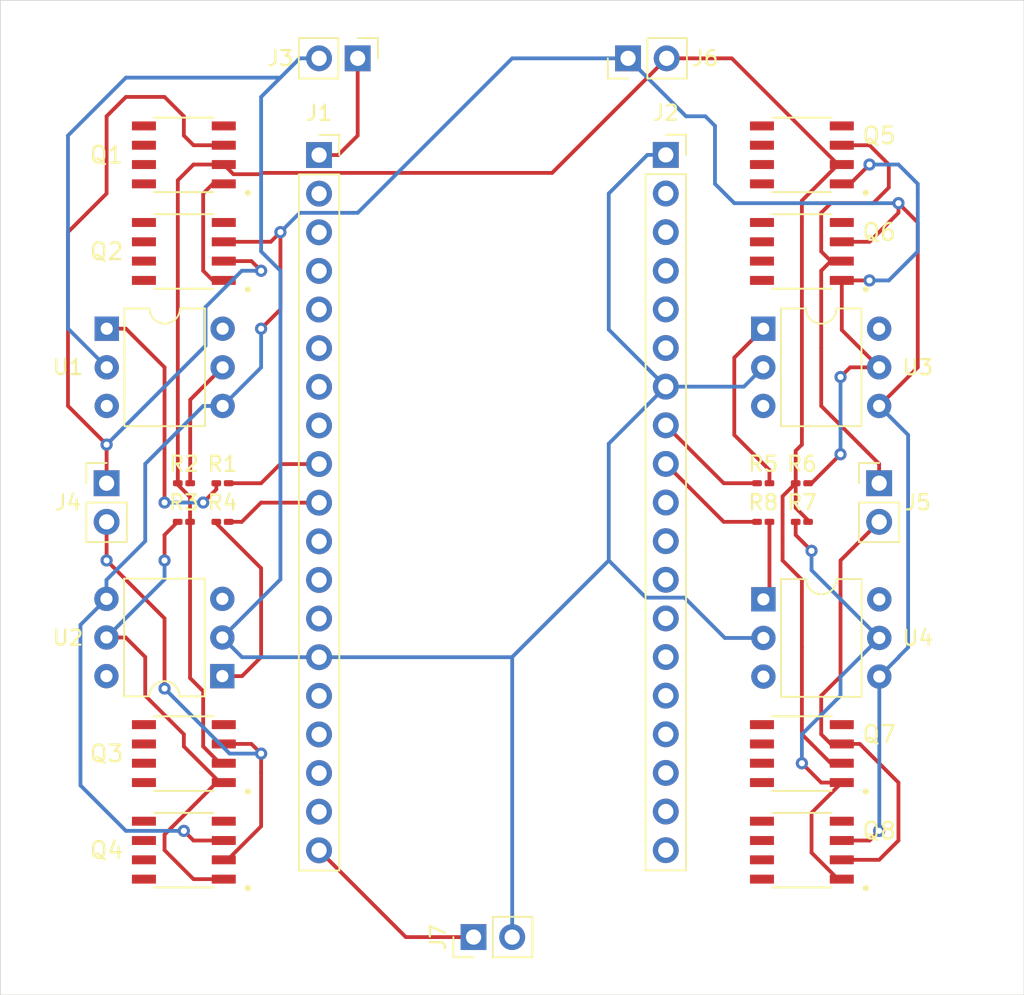
<source format=kicad_pcb>
(kicad_pcb (version 20211014) (generator pcbnew)
  (layers (0 "F.Cu" signal) (31 "B.Cu" signal) (34 "B.Paste" user) (35 "F.Paste" user) (36 "B.SilkS" user "B.Silkscreen") (37 "F.SilkS" user "F.Silkscreen") (38 "B.Mask" user) (39 "F.Mask" user) (44 "Edge.Cuts" user))
  (net 0 "")
  (net 1 "Net-(R1-Pad1)")
  (net 2 "/3.3V")
  (net 3 "Net-(Q1-Pad1)")
  (net 4 "/Vm")
  (net 5 "Net-(Q5-Pad1)")
  (net 6 "Net-(R5-Pad1)")
  (net 7 "Net-(Q3-Pad1)")
  (net 8 "Net-(Q7-Pad1)")
  (net 9 "Net-(R8-Pad1)")
  (net 10 "M11")
  (net 13 "M21")
  (net 16 "M12")
  (net 19 "M22")
  (net 36 "/Vcc")
  (net 48 "ESP_GND")
  (net 51 "Net-(R4-Pad1)")
  (net 52 "MO1")
  (net 53 "MO2")
  (net 54 "MO3")
  (net 55 "MO4")
  (net 58 "MGND")
  (footprint "Connector_PinHeader_2.54mm:PinHeader_1x02_P2.54mm_Vertical" (layer "F.Cu") (at 121.92 118.745 90)
    (fp_text reference "J7" (at 0 -2.33 90) (layer "F.SilkS"))
    (fp_text value "esp32 pwr" hide)
    (pad "1" thru_hole rect (at 0 0 90) (size 1.7 1.7) (drill 1) (layers *.Cu *.Mask) (net 36 "/Vcc"))
    (pad "2" thru_hole oval (at 0 2.54 90) (size 1.7 1.7) (drill 1) (layers *.Cu *.Mask) (net 48 "ESP_GND"))
  )
  (footprint "Downloads:SOIC127P490X600X175-8N" (layer "F.Cu") (at 102.87 106.68 180)
    (fp_text reference "Q3" (at 5.08 0) (layer "F.SilkS") (effects (font (size 1.097197 1.097197))))
    (fp_text value "IRF4905" hide)
    (pad "1" smd roundrect locked (at -2.625 -1.905 180) (size 1.58 0.59) (layers "F.Cu" "F.Paste" "F.Mask") (roundrect_rratio 0.07) (net 7 "Net-(Q3-Pad1)"))
    (pad "2" smd roundrect locked (at -2.625 -0.635 180) (size 1.58 0.59) (layers "F.Cu" "F.Paste" "F.Mask") (roundrect_rratio 0.07) (net 4 "/Vm"))
    (pad "3" smd roundrect locked (at -2.625 0.635 180) (size 1.58 0.59) (layers "F.Cu" "F.Paste" "F.Mask") (roundrect_rratio 0.07) (net 53 "MO2"))
    (pad "4" smd roundrect locked (at -2.625 1.905 180) (size 1.58 0.59) (layers "F.Cu" "F.Paste" "F.Mask") (roundrect_rratio 0.07))
    (pad "5" smd roundrect locked (at 2.625 1.905 180) (size 1.58 0.59) (layers "F.Cu" "F.Paste" "F.Mask") (roundrect_rratio 0.07))
    (pad "6" smd roundrect locked (at 2.625 0.635 180) (size 1.58 0.59) (layers "F.Cu" "F.Paste" "F.Mask") (roundrect_rratio 0.07))
    (pad "7" smd roundrect locked (at 2.625 -0.635 180) (size 1.58 0.59) (layers "F.Cu" "F.Paste" "F.Mask") (roundrect_rratio 0.07))
    (pad "8" smd roundrect locked (at 2.625 -1.905 180) (size 1.58 0.59) (layers "F.Cu" "F.Paste" "F.Mask") (roundrect_rratio 0.07))
  )
  (footprint "Downloads:SOIC127P490X600X175-8N" (layer "F.Cu") (at 102.87 67.31 180)
    (fp_text reference "Q1" (at 5.08 0) (layer "F.SilkS") (effects (font (size 1.097197 1.097197))))
    (fp_text value "IRF4905" hide)
    (pad "1" smd roundrect locked (at -2.625 -1.905 180) (size 1.58 0.59) (layers "F.Cu" "F.Paste" "F.Mask") (roundrect_rratio 0.07) (net 3 "Net-(Q1-Pad1)"))
    (pad "2" smd roundrect locked (at -2.625 -0.635 180) (size 1.58 0.59) (layers "F.Cu" "F.Paste" "F.Mask") (roundrect_rratio 0.07) (net 4 "/Vm"))
    (pad "3" smd roundrect locked (at -2.625 0.635 180) (size 1.58 0.59) (layers "F.Cu" "F.Paste" "F.Mask") (roundrect_rratio 0.07) (net 52 "MO1"))
    (pad "4" smd roundrect locked (at -2.625 1.905 180) (size 1.58 0.59) (layers "F.Cu" "F.Paste" "F.Mask") (roundrect_rratio 0.07))
    (pad "5" smd roundrect locked (at 2.625 1.905 180) (size 1.58 0.59) (layers "F.Cu" "F.Paste" "F.Mask") (roundrect_rratio 0.07))
    (pad "6" smd roundrect locked (at 2.625 0.635 180) (size 1.58 0.59) (layers "F.Cu" "F.Paste" "F.Mask") (roundrect_rratio 0.07))
    (pad "7" smd roundrect locked (at 2.625 -0.635 180) (size 1.58 0.59) (layers "F.Cu" "F.Paste" "F.Mask") (roundrect_rratio 0.07))
    (pad "8" smd roundrect locked (at 2.625 -1.905 180) (size 1.58 0.59) (layers "F.Cu" "F.Paste" "F.Mask") (roundrect_rratio 0.07))
  )
  (footprint "Connector_PinSocket_2.54mm:PinSocket_1x19_P2.54mm_Vertical" (layer "F.Cu") (at 111.76 67.32)
    (fp_text reference "J1" (at 0 -2.77) (layer "F.SilkS"))
    (fp_text value "Conn_01x19_Female" hide)
    (pad "1" thru_hole rect (at 0 0) (size 1.7 1.7) (drill 1) (layers *.Cu *.Mask) (net 2 "/3.3V"))
    (pad "2" thru_hole oval (at 0 2.54) (size 1.7 1.7) (drill 1) (layers *.Cu *.Mask))
    (pad "3" thru_hole oval (at 0 5.08) (size 1.7 1.7) (drill 1) (layers *.Cu *.Mask))
    (pad "4" thru_hole oval (at 0 7.62) (size 1.7 1.7) (drill 1) (layers *.Cu *.Mask))
    (pad "5" thru_hole oval (at 0 10.16) (size 1.7 1.7) (drill 1) (layers *.Cu *.Mask))
    (pad "6" thru_hole oval (at 0 12.7) (size 1.7 1.7) (drill 1) (layers *.Cu *.Mask))
    (pad "7" thru_hole oval (at 0 15.24) (size 1.7 1.7) (drill 1) (layers *.Cu *.Mask))
    (pad "8" thru_hole oval (at 0 17.78) (size 1.7 1.7) (drill 1) (layers *.Cu *.Mask))
    (pad "9" thru_hole oval (at 0 20.32) (size 1.7 1.7) (drill 1) (layers *.Cu *.Mask) (net 10 "M11"))
    (pad "10" thru_hole oval (at 0 22.86) (size 1.7 1.7) (drill 1) (layers *.Cu *.Mask) (net 16 "M12"))
    (pad "11" thru_hole oval (at 0 25.4) (size 1.7 1.7) (drill 1) (layers *.Cu *.Mask))
    (pad "12" thru_hole oval (at 0 27.94) (size 1.7 1.7) (drill 1) (layers *.Cu *.Mask))
    (pad "13" thru_hole oval (at 0 30.48) (size 1.7 1.7) (drill 1) (layers *.Cu *.Mask))
    (pad "14" thru_hole oval (at 0 33.02) (size 1.7 1.7) (drill 1) (layers *.Cu *.Mask) (net 48 "ESP_GND"))
    (pad "15" thru_hole oval (at 0 35.56) (size 1.7 1.7) (drill 1) (layers *.Cu *.Mask))
    (pad "16" thru_hole oval (at 0 38.1) (size 1.7 1.7) (drill 1) (layers *.Cu *.Mask))
    (pad "17" thru_hole oval (at 0 40.64) (size 1.7 1.7) (drill 1) (layers *.Cu *.Mask))
    (pad "18" thru_hole oval (at 0 43.18) (size 1.7 1.7) (drill 1) (layers *.Cu *.Mask))
    (pad "19" thru_hole oval (at 0 45.72) (size 1.7 1.7) (drill 1) (layers *.Cu *.Mask) (net 36 "/Vcc"))
  )
  (footprint "Downloads:SOIC127P490X600X175-8N" (layer "F.Cu") (at 102.87 113.03 180)
    (fp_text reference "Q4" (at 5.08 0) (layer "F.SilkS") (effects (font (size 1.097197 1.097197))))
    (fp_text value "Q_NMOS_GDS" hide)
    (pad "1" smd roundrect locked (at -2.625 -1.905 180) (size 1.58 0.59) (layers "F.Cu" "F.Paste" "F.Mask") (roundrect_rratio 0.07) (net 7 "Net-(Q3-Pad1)"))
    (pad "2" smd roundrect locked (at -2.625 -0.635 180) (size 1.58 0.59) (layers "F.Cu" "F.Paste" "F.Mask") (roundrect_rratio 0.07) (net 53 "MO2"))
    (pad "3" smd roundrect locked (at -2.625 0.635 180) (size 1.58 0.59) (layers "F.Cu" "F.Paste" "F.Mask") (roundrect_rratio 0.07) (net 58 "MGND"))
    (pad "4" smd roundrect locked (at -2.625 1.905 180) (size 1.58 0.59) (layers "F.Cu" "F.Paste" "F.Mask") (roundrect_rratio 0.07))
    (pad "5" smd roundrect locked (at 2.625 1.905 180) (size 1.58 0.59) (layers "F.Cu" "F.Paste" "F.Mask") (roundrect_rratio 0.07))
    (pad "6" smd roundrect locked (at 2.625 0.635 180) (size 1.58 0.59) (layers "F.Cu" "F.Paste" "F.Mask") (roundrect_rratio 0.07))
    (pad "7" smd roundrect locked (at 2.625 -0.635 180) (size 1.58 0.59) (layers "F.Cu" "F.Paste" "F.Mask") (roundrect_rratio 0.07))
    (pad "8" smd roundrect locked (at 2.625 -1.905 180) (size 1.58 0.59) (layers "F.Cu" "F.Paste" "F.Mask") (roundrect_rratio 0.07))
  )
  (footprint "Downloads:SOIC127P490X600X175-8N" (layer "F.Cu") (at 143.51 73.66 180)
    (fp_text reference "Q6" (at -5.08 1.27) (layer "F.SilkS") (effects (font (size 1.097197 1.097197))))
    (fp_text value "Q_NMOS_GDS" hide)
    (pad "1" smd roundrect locked (at -2.625 -1.905 180) (size 1.58 0.59) (layers "F.Cu" "F.Paste" "F.Mask") (roundrect_rratio 0.07) (net 5 "Net-(Q5-Pad1)"))
    (pad "2" smd roundrect locked (at -2.625 -0.635 180) (size 1.58 0.59) (layers "F.Cu" "F.Paste" "F.Mask") (roundrect_rratio 0.07) (net 54 "MO3"))
    (pad "3" smd roundrect locked (at -2.625 0.635 180) (size 1.58 0.59) (layers "F.Cu" "F.Paste" "F.Mask") (roundrect_rratio 0.07) (net 58 "MGND"))
    (pad "4" smd roundrect locked (at -2.625 1.905 180) (size 1.58 0.59) (layers "F.Cu" "F.Paste" "F.Mask") (roundrect_rratio 0.07))
    (pad "5" smd roundrect locked (at 2.625 1.905 180) (size 1.58 0.59) (layers "F.Cu" "F.Paste" "F.Mask") (roundrect_rratio 0.07))
    (pad "6" smd roundrect locked (at 2.625 0.635 180) (size 1.58 0.59) (layers "F.Cu" "F.Paste" "F.Mask") (roundrect_rratio 0.07))
    (pad "7" smd roundrect locked (at 2.625 -0.635 180) (size 1.58 0.59) (layers "F.Cu" "F.Paste" "F.Mask") (roundrect_rratio 0.07))
    (pad "8" smd roundrect locked (at 2.625 -1.905 180) (size 1.58 0.59) (layers "F.Cu" "F.Paste" "F.Mask") (roundrect_rratio 0.07))
  )
  (footprint "Connector_PinHeader_2.54mm:PinHeader_1x02_P2.54mm_Vertical" (layer "F.Cu") (at 114.3 60.96 -90)
    (fp_text reference "J3" (at 0 5.08) (layer "F.SilkS"))
    (fp_text value "esp32 cam" hide)
    (pad "1" thru_hole rect (at 0 0 270) (size 1.7 1.7) (drill 1) (layers *.Cu *.Mask) (net 2 "/3.3V"))
    (pad "2" thru_hole oval (at 0 2.54 270) (size 1.7 1.7) (drill 1) (layers *.Cu *.Mask) (net 48 "ESP_GND"))
  )
  (footprint "Resistor_SMD:R_0201_0603Metric_Pad0.64x0.40mm_HandSolder" (layer "F.Cu") (at 140.97 88.9 180)
    (fp_text reference "R5" (at 0 1.27) (layer "F.SilkS"))
    (fp_text value "1k" hide)
    (pad "1" smd roundrect (at -0.4075 0 180) (size 0.635 0.4) (layers "F.Cu" "F.Mask") (net 6 "Net-(R5-Pad1)"))
    (pad "2" smd roundrect (at 0.4075 0 180) (size 0.635 0.4) (layers "F.Cu" "F.Mask") (net 13 "M21"))
  )
  (footprint "Downloads:SOIC127P490X600X175-8N" (layer "F.Cu") (at 143.51 106.68 180)
    (fp_text reference "Q7" (at -5.08 1.27) (layer "F.SilkS") (effects (font (size 1.097197 1.097197))))
    (fp_text value "IRF4905" hide)
    (pad "1" smd roundrect locked (at -2.625 -1.905 180) (size 1.58 0.59) (layers "F.Cu" "F.Paste" "F.Mask") (roundrect_rratio 0.07) (net 8 "Net-(Q7-Pad1)"))
    (pad "2" smd roundrect locked (at -2.625 -0.635 180) (size 1.58 0.59) (layers "F.Cu" "F.Paste" "F.Mask") (roundrect_rratio 0.07) (net 4 "/Vm"))
    (pad "3" smd roundrect locked (at -2.625 0.635 180) (size 1.58 0.59) (layers "F.Cu" "F.Paste" "F.Mask") (roundrect_rratio 0.07) (net 55 "MO4"))
    (pad "4" smd roundrect locked (at -2.625 1.905 180) (size 1.58 0.59) (layers "F.Cu" "F.Paste" "F.Mask") (roundrect_rratio 0.07))
    (pad "5" smd roundrect locked (at 2.625 1.905 180) (size 1.58 0.59) (layers "F.Cu" "F.Paste" "F.Mask") (roundrect_rratio 0.07))
    (pad "6" smd roundrect locked (at 2.625 0.635 180) (size 1.58 0.59) (layers "F.Cu" "F.Paste" "F.Mask") (roundrect_rratio 0.07))
    (pad "7" smd roundrect locked (at 2.625 -0.635 180) (size 1.58 0.59) (layers "F.Cu" "F.Paste" "F.Mask") (roundrect_rratio 0.07))
    (pad "8" smd roundrect locked (at 2.625 -1.905 180) (size 1.58 0.59) (layers "F.Cu" "F.Paste" "F.Mask") (roundrect_rratio 0.07))
  )
  (footprint "Package_DIP:DIP-6_W7.62mm" (layer "F.Cu") (at 140.97 78.74)
    (fp_text reference "U3" (at 10.16 2.54) (layer "F.SilkS"))
    (fp_text value "4N25" hide)
    (pad "1" thru_hole rect (at 0 0) (size 1.6 1.6) (drill 0.8) (layers *.Cu *.Mask) (net 6 "Net-(R5-Pad1)"))
    (pad "2" thru_hole oval (at 0 2.54) (size 1.6 1.6) (drill 0.8) (layers *.Cu *.Mask) (net 48 "ESP_GND"))
    (pad "3" thru_hole oval (at 0 5.08) (size 1.6 1.6) (drill 0.8) (layers *.Cu *.Mask))
    (pad "4" thru_hole oval (at 7.62 5.08) (size 1.6 1.6) (drill 0.8) (layers *.Cu *.Mask) (net 58 "MGND"))
    (pad "5" thru_hole oval (at 7.62 2.54) (size 1.6 1.6) (drill 0.8) (layers *.Cu *.Mask) (net 5 "Net-(Q5-Pad1)"))
    (pad "6" thru_hole oval (at 7.62 0) (size 1.6 1.6) (drill 0.8) (layers *.Cu *.Mask))
  )
  (footprint "Downloads:SOIC127P490X600X175-8N" (layer "F.Cu") (at 143.51 113.03 180)
    (fp_text reference "Q8" (at -5.08 1.27) (layer "F.SilkS") (effects (font (size 1.097197 1.097197))))
    (fp_text value "Q_NMOS_GDS" hide)
    (pad "1" smd roundrect locked (at -2.625 -1.905 180) (size 1.58 0.59) (layers "F.Cu" "F.Paste" "F.Mask") (roundrect_rratio 0.07) (net 8 "Net-(Q7-Pad1)"))
    (pad "2" smd roundrect locked (at -2.625 -0.635 180) (size 1.58 0.59) (layers "F.Cu" "F.Paste" "F.Mask") (roundrect_rratio 0.07) (net 55 "MO4"))
    (pad "3" smd roundrect locked (at -2.625 0.635 180) (size 1.58 0.59) (layers "F.Cu" "F.Paste" "F.Mask") (roundrect_rratio 0.07) (net 58 "MGND"))
    (pad "4" smd roundrect locked (at -2.625 1.905 180) (size 1.58 0.59) (layers "F.Cu" "F.Paste" "F.Mask") (roundrect_rratio 0.07))
    (pad "5" smd roundrect locked (at 2.625 1.905 180) (size 1.58 0.59) (layers "F.Cu" "F.Paste" "F.Mask") (roundrect_rratio 0.07))
    (pad "6" smd roundrect locked (at 2.625 0.635 180) (size 1.58 0.59) (layers "F.Cu" "F.Paste" "F.Mask") (roundrect_rratio 0.07))
    (pad "7" smd roundrect locked (at 2.625 -0.635 180) (size 1.58 0.59) (layers "F.Cu" "F.Paste" "F.Mask") (roundrect_rratio 0.07))
    (pad "8" smd roundrect locked (at 2.625 -1.905 180) (size 1.58 0.59) (layers "F.Cu" "F.Paste" "F.Mask") (roundrect_rratio 0.07))
  )
  (footprint "Resistor_SMD:R_0201_0603Metric_Pad0.64x0.40mm_HandSolder" (layer "F.Cu") (at 102.87 91.44)
    (fp_text reference "R3" (at 0 -1.27) (layer "F.SilkS"))
    (fp_text value "47k" hide)
    (pad "1" smd roundrect (at -0.4075 0) (size 0.635 0.4) (layers "F.Cu" "F.Mask") (net 7 "Net-(Q3-Pad1)"))
    (pad "2" smd roundrect (at 0.4075 0) (size 0.635 0.4) (layers "F.Cu" "F.Mask") (net 4 "/Vm"))
  )
  (footprint "Connector_PinSocket_2.54mm:PinSocket_1x19_P2.54mm_Vertical" (layer "F.Cu") (at 134.56 67.31)
    (fp_text reference "J2" (at 0 -2.77) (layer "F.SilkS"))
    (fp_text value "Conn_01x19_Female" hide)
    (pad "1" thru_hole rect (at 0 0) (size 1.7 1.7) (drill 1) (layers *.Cu *.Mask) (net 48 "ESP_GND"))
    (pad "2" thru_hole oval (at 0 2.54) (size 1.7 1.7) (drill 1) (layers *.Cu *.Mask))
    (pad "3" thru_hole oval (at 0 5.08) (size 1.7 1.7) (drill 1) (layers *.Cu *.Mask))
    (pad "4" thru_hole oval (at 0 7.62) (size 1.7 1.7) (drill 1) (layers *.Cu *.Mask))
    (pad "5" thru_hole oval (at 0 10.16) (size 1.7 1.7) (drill 1) (layers *.Cu *.Mask))
    (pad "6" thru_hole oval (at 0 12.7) (size 1.7 1.7) (drill 1) (layers *.Cu *.Mask))
    (pad "7" thru_hole oval (at 0 15.24) (size 1.7 1.7) (drill 1) (layers *.Cu *.Mask) (net 48 "ESP_GND"))
    (pad "8" thru_hole oval (at 0 17.78) (size 1.7 1.7) (drill 1) (layers *.Cu *.Mask) (net 13 "M21"))
    (pad "9" thru_hole oval (at 0 20.32) (size 1.7 1.7) (drill 1) (layers *.Cu *.Mask) (net 19 "M22"))
    (pad "10" thru_hole oval (at 0 22.86) (size 1.7 1.7) (drill 1) (layers *.Cu *.Mask))
    (pad "11" thru_hole oval (at 0 25.4) (size 1.7 1.7) (drill 1) (layers *.Cu *.Mask))
    (pad "12" thru_hole oval (at 0 27.94) (size 1.7 1.7) (drill 1) (layers *.Cu *.Mask))
    (pad "13" thru_hole oval (at 0 30.48) (size 1.7 1.7) (drill 1) (layers *.Cu *.Mask))
    (pad "14" thru_hole oval (at 0 33.02) (size 1.7 1.7) (drill 1) (layers *.Cu *.Mask))
    (pad "15" thru_hole oval (at 0 35.56) (size 1.7 1.7) (drill 1) (layers *.Cu *.Mask))
    (pad "16" thru_hole oval (at 0 38.1) (size 1.7 1.7) (drill 1) (layers *.Cu *.Mask))
    (pad "17" thru_hole oval (at 0 40.64) (size 1.7 1.7) (drill 1) (layers *.Cu *.Mask))
    (pad "18" thru_hole oval (at 0 43.18) (size 1.7 1.7) (drill 1) (layers *.Cu *.Mask))
    (pad "19" thru_hole oval (at 0 45.72) (size 1.7 1.7) (drill 1) (layers *.Cu *.Mask))
  )
  (footprint "Resistor_SMD:R_0201_0603Metric_Pad0.64x0.40mm_HandSolder" (layer "F.Cu") (at 140.97 91.44 180)
    (fp_text reference "R8" (at 0 1.27) (layer "F.SilkS"))
    (fp_text value "1k" hide)
    (pad "1" smd roundrect (at -0.4075 0 180) (size 0.635 0.4) (layers "F.Cu" "F.Mask") (net 9 "Net-(R8-Pad1)"))
    (pad "2" smd roundrect (at 0.4075 0 180) (size 0.635 0.4) (layers "F.Cu" "F.Mask") (net 19 "M22"))
  )
  (footprint "Downloads:SOIC127P490X600X175-8N" (layer "F.Cu") (at 102.87 73.66 180)
    (fp_text reference "Q2" (at 5.08 0) (layer "F.SilkS") (effects (font (size 1.097197 1.097197))))
    (fp_text value "Q_NMOS_GDS" hide)
    (pad "1" smd roundrect locked (at -2.625 -1.905 180) (size 1.58 0.59) (layers "F.Cu" "F.Paste" "F.Mask") (roundrect_rratio 0.07) (net 3 "Net-(Q1-Pad1)"))
    (pad "2" smd roundrect locked (at -2.625 -0.635 180) (size 1.58 0.59) (layers "F.Cu" "F.Paste" "F.Mask") (roundrect_rratio 0.07) (net 52 "MO1"))
    (pad "3" smd roundrect locked (at -2.625 0.635 180) (size 1.58 0.59) (layers "F.Cu" "F.Paste" "F.Mask") (roundrect_rratio 0.07) (net 58 "MGND"))
    (pad "4" smd roundrect locked (at -2.625 1.905 180) (size 1.58 0.59) (layers "F.Cu" "F.Paste" "F.Mask") (roundrect_rratio 0.07))
    (pad "5" smd roundrect locked (at 2.625 1.905 180) (size 1.58 0.59) (layers "F.Cu" "F.Paste" "F.Mask") (roundrect_rratio 0.07))
    (pad "6" smd roundrect locked (at 2.625 0.635 180) (size 1.58 0.59) (layers "F.Cu" "F.Paste" "F.Mask") (roundrect_rratio 0.07))
    (pad "7" smd roundrect locked (at 2.625 -0.635 180) (size 1.58 0.59) (layers "F.Cu" "F.Paste" "F.Mask") (roundrect_rratio 0.07))
    (pad "8" smd roundrect locked (at 2.625 -1.905 180) (size 1.58 0.59) (layers "F.Cu" "F.Paste" "F.Mask") (roundrect_rratio 0.07))
  )
  (footprint "Resistor_SMD:R_0201_0603Metric_Pad0.64x0.40mm_HandSolder" (layer "F.Cu") (at 105.41 88.9)
    (fp_text reference "R1" (at 0 -1.27) (layer "F.SilkS"))
    (fp_text value "1k" hide)
    (pad "1" smd roundrect (at -0.4075 0) (size 0.635 0.4) (layers "F.Cu" "F.Mask") (net 1 "Net-(R1-Pad1)"))
    (pad "2" smd roundrect (at 0.4075 0) (size 0.635 0.4) (layers "F.Cu" "F.Mask") (net 10 "M11"))
  )
  (footprint "Package_DIP:DIP-6_W7.62mm" (layer "F.Cu") (at 97.8 78.74)
    (fp_text reference "U1" (at -2.55 2.525) (layer "F.SilkS"))
    (fp_text value "4N25" hide)
    (pad "1" thru_hole rect (at 0 0) (size 1.6 1.6) (drill 0.8) (layers *.Cu *.Mask) (net 1 "Net-(R1-Pad1)"))
    (pad "2" thru_hole oval (at 0 2.54) (size 1.6 1.6) (drill 0.8) (layers *.Cu *.Mask) (net 48 "ESP_GND"))
    (pad "3" thru_hole oval (at 0 5.08) (size 1.6 1.6) (drill 0.8) (layers *.Cu *.Mask))
    (pad "4" thru_hole oval (at 7.62 5.08) (size 1.6 1.6) (drill 0.8) (layers *.Cu *.Mask) (net 58 "MGND"))
    (pad "5" thru_hole oval (at 7.62 2.54) (size 1.6 1.6) (drill 0.8) (layers *.Cu *.Mask) (net 3 "Net-(Q1-Pad1)"))
    (pad "6" thru_hole oval (at 7.62 0) (size 1.6 1.6) (drill 0.8) (layers *.Cu *.Mask))
  )
  (footprint "Downloads:SOIC127P490X600X175-8N" (layer "F.Cu") (at 143.51 67.31 180)
    (fp_text reference "Q5" (at -5.08 1.27) (layer "F.SilkS") (effects (font (size 1.097197 1.097197))))
    (fp_text value "IRF4905" hide)
    (pad "1" smd roundrect locked (at -2.625 -1.905 180) (size 1.58 0.59) (layers "F.Cu" "F.Paste" "F.Mask") (roundrect_rratio 0.07) (net 5 "Net-(Q5-Pad1)"))
    (pad "2" smd roundrect locked (at -2.625 -0.635 180) (size 1.58 0.59) (layers "F.Cu" "F.Paste" "F.Mask") (roundrect_rratio 0.07) (net 4 "/Vm"))
    (pad "3" smd roundrect locked (at -2.625 0.635 180) (size 1.58 0.59) (layers "F.Cu" "F.Paste" "F.Mask") (roundrect_rratio 0.07) (net 54 "MO3"))
    (pad "4" smd roundrect locked (at -2.625 1.905 180) (size 1.58 0.59) (layers "F.Cu" "F.Paste" "F.Mask") (roundrect_rratio 0.07))
    (pad "5" smd roundrect locked (at 2.625 1.905 180) (size 1.58 0.59) (layers "F.Cu" "F.Paste" "F.Mask") (roundrect_rratio 0.07))
    (pad "6" smd roundrect locked (at 2.625 0.635 180) (size 1.58 0.59) (layers "F.Cu" "F.Paste" "F.Mask") (roundrect_rratio 0.07))
    (pad "7" smd roundrect locked (at 2.625 -0.635 180) (size 1.58 0.59) (layers "F.Cu" "F.Paste" "F.Mask") (roundrect_rratio 0.07))
    (pad "8" smd roundrect locked (at 2.625 -1.905 180) (size 1.58 0.59) (layers "F.Cu" "F.Paste" "F.Mask") (roundrect_rratio 0.07))
  )
  (footprint "Package_DIP:DIP-6_W7.62mm" (layer "F.Cu") (at 140.98 96.535)
    (fp_text reference "U4" (at 10.15 2.54) (layer "F.SilkS"))
    (fp_text value "4N25" hide)
    (pad "1" thru_hole rect (at 0 0) (size 1.6 1.6) (drill 0.8) (layers *.Cu *.Mask) (net 9 "Net-(R8-Pad1)"))
    (pad "2" thru_hole oval (at 0 2.54) (size 1.6 1.6) (drill 0.8) (layers *.Cu *.Mask) (net 48 "ESP_GND"))
    (pad "3" thru_hole oval (at 0 5.08) (size 1.6 1.6) (drill 0.8) (layers *.Cu *.Mask))
    (pad "4" thru_hole oval (at 7.62 5.08) (size 1.6 1.6) (drill 0.8) (layers *.Cu *.Mask) (net 58 "MGND"))
    (pad "5" thru_hole oval (at 7.62 2.54) (size 1.6 1.6) (drill 0.8) (layers *.Cu *.Mask) (net 8 "Net-(Q7-Pad1)"))
    (pad "6" thru_hole oval (at 7.62 0) (size 1.6 1.6) (drill 0.8) (layers *.Cu *.Mask))
  )
  (footprint "Resistor_SMD:R_0201_0603Metric_Pad0.64x0.40mm_HandSolder" (layer "F.Cu") (at 143.51 88.9 180)
    (fp_text reference "R6" (at 0 1.27) (layer "F.SilkS"))
    (fp_text value "47k" hide)
    (pad "1" smd roundrect (at -0.4075 0 180) (size 0.635 0.4) (layers "F.Cu" "F.Mask") (net 5 "Net-(Q5-Pad1)"))
    (pad "2" smd roundrect (at 0.4075 0 180) (size 0.635 0.4) (layers "F.Cu" "F.Mask") (net 4 "/Vm"))
  )
  (footprint "Connector_PinHeader_2.54mm:PinHeader_1x02_P2.54mm_Vertical" (layer "F.Cu") (at 132.08 60.96 90)
    (fp_text reference "J6" (at 0 5.08) (layer "F.SilkS"))
    (fp_text value "motor pwr" hide)
    (pad "1" thru_hole rect (at 0 0 90) (size 1.7 1.7) (drill 1) (layers *.Cu *.Mask) (net 58 "MGND"))
    (pad "2" thru_hole oval (at 0 2.54 90) (size 1.7 1.7) (drill 1) (layers *.Cu *.Mask) (net 4 "/Vm"))
  )
  (footprint "Connector_PinHeader_2.54mm:PinHeader_1x02_P2.54mm_Vertical" (layer "F.Cu") (at 97.79 88.9)
    (fp_text reference "J4" (at -2.54 1.27) (layer "F.SilkS"))
    (fp_text value "motor1" hide)
    (pad "1" thru_hole rect (at 0 0) (size 1.7 1.7) (drill 1) (layers *.Cu *.Mask) (net 52 "MO1"))
    (pad "2" thru_hole oval (at 0 2.54) (size 1.7 1.7) (drill 1) (layers *.Cu *.Mask) (net 53 "MO2"))
  )
  (footprint "Connector_PinHeader_2.54mm:PinHeader_1x02_P2.54mm_Vertical" (layer "F.Cu") (at 148.59 88.9)
    (fp_text reference "J5" (at 2.54 1.27) (layer "F.SilkS"))
    (fp_text value "motor2" hide)
    (pad "1" thru_hole rect (at 0 0) (size 1.7 1.7) (drill 1) (layers *.Cu *.Mask) (net 54 "MO3"))
    (pad "2" thru_hole oval (at 0 2.54) (size 1.7 1.7) (drill 1) (layers *.Cu *.Mask) (net 55 "MO4"))
  )
  (footprint "Resistor_SMD:R_0201_0603Metric_Pad0.64x0.40mm_HandSolder" (layer "F.Cu") (at 102.88 88.9 180)
    (fp_text reference "R2" (at 0 1.27) (layer "F.SilkS"))
    (fp_text value "47k" hide)
    (pad "1" smd roundrect (at -0.4075 0 180) (size 0.635 0.4) (layers "F.Cu" "F.Mask") (net 3 "Net-(Q1-Pad1)"))
    (pad "2" smd roundrect (at 0.4075 0 180) (size 0.635 0.4) (layers "F.Cu" "F.Mask") (net 4 "/Vm"))
  )
  (footprint "Resistor_SMD:R_0201_0603Metric_Pad0.64x0.40mm_HandSolder" (layer "F.Cu") (at 143.51 91.44)
    (fp_text reference "R7" (at 0 -1.27) (layer "F.SilkS"))
    (fp_text value "47k" hide)
    (pad "1" smd roundrect (at -0.4075 0) (size 0.635 0.4) (layers "F.Cu" "F.Mask") (net 8 "Net-(Q7-Pad1)"))
    (pad "2" smd roundrect (at 0.4075 0) (size 0.635 0.4) (layers "F.Cu" "F.Mask") (net 4 "/Vm"))
  )
  (footprint "Package_DIP:DIP-6_W7.62mm" (layer "F.Cu") (at 105.4 101.585 180)
    (fp_text reference "U2" (at 10.15 2.525) (layer "F.SilkS"))
    (fp_text value "4N25" hide)
    (pad "1" thru_hole rect (at 0 0 180) (size 1.6 1.6) (drill 0.8) (layers *.Cu *.Mask) (net 51 "Net-(R4-Pad1)"))
    (pad "2" thru_hole oval (at 0 2.54 180) (size 1.6 1.6) (drill 0.8) (layers *.Cu *.Mask) (net 48 "ESP_GND"))
    (pad "3" thru_hole oval (at 0 5.08 180) (size 1.6 1.6) (drill 0.8) (layers *.Cu *.Mask))
    (pad "4" thru_hole oval (at 7.62 5.08 180) (size 1.6 1.6) (drill 0.8) (layers *.Cu *.Mask) (net 58 "MGND"))
    (pad "5" thru_hole oval (at 7.62 2.54 180) (size 1.6 1.6) (drill 0.8) (layers *.Cu *.Mask) (net 7 "Net-(Q3-Pad1)"))
    (pad "6" thru_hole oval (at 7.62 0 180) (size 1.6 1.6) (drill 0.8) (layers *.Cu *.Mask))
  )
  (footprint "Resistor_SMD:R_0201_0603Metric_Pad0.64x0.40mm_HandSolder" (layer "F.Cu") (at 105.41 91.44)
    (fp_text reference "R4" (at 0 -1.27) (layer "F.SilkS"))
    (fp_text value "1k" hide)
    (pad "1" smd roundrect (at -0.4075 0) (size 0.635 0.4) (layers "F.Cu" "F.Mask") (net 51 "Net-(R4-Pad1)"))
    (pad "2" smd roundrect (at 0.4075 0) (size 0.635 0.4) (layers "F.Cu" "F.Mask") (net 16 "M12"))
  )
  (gr_rect (start 158.115 122.555) (end 90.805 57.15) (layer "Edge.Cuts") (width 0.05) (fill none))
  (segment (start 105.0025 89.3075) (end 104.14 90.17) (width 0.25) (layer "F.Cu") (net 1))
  (segment (start 101.6 90.17) (end 101.6 81.28) (width 0.25) (layer "F.Cu") (net 1))
  (segment (start 105.0025 88.9) (end 105.0025 89.3075) (width 0.25) (layer "F.Cu") (net 1))
  (segment (start 99.06 78.74) (end 97.8 78.74) (width 0.25) (layer "F.Cu") (net 1))
  (segment (start 101.6 81.28) (end 99.06 78.74) (width 0.25) (layer "F.Cu") (net 1))
  (via (at 104.14 90.17) (size 0.8) (drill 0.4) (layers "F.Cu" "B.Cu") (net 1))
  (via (at 101.6 90.17) (size 0.8) (drill 0.4) (layers "F.Cu" "B.Cu") (net 1))
  (segment (start 104.14 90.17) (end 101.6 90.17) (width 0.25) (layer "B.Cu") (net 1))
  (segment (start 114.3 66.04) (end 114.3 60.96) (width 0.25) (layer "F.Cu") (net 2))
  (segment (start 113.02 67.32) (end 114.3 66.04) (width 0.25) (layer "F.Cu") (net 2))
  (segment (start 111.76 67.32) (end 113.02 67.32) (width 0.25) (layer "F.Cu") (net 2))
  (segment (start 104.14 69.85) (end 104.14 74.93) (width 0.25) (layer "F.Cu") (net 3))
  (segment (start 103.2875 83.4125) (end 103.2875 88.9) (width 0.25) (layer "F.Cu") (net 3))
  (segment (start 105.42 81.28) (end 103.2875 83.4125) (width 0.25) (layer "F.Cu") (net 3))
  (segment (start 105.495 69.215) (end 104.775 69.215) (width 0.25) (layer "F.Cu") (net 3))
  (segment (start 104.775 75.565) (end 105.495 75.565) (width 0.25) (layer "F.Cu") (net 3))
  (segment (start 104.775 69.215) (end 104.14 69.85) (width 0.25) (layer "F.Cu") (net 3))
  (segment (start 104.14 74.93) (end 104.775 75.565) (width 0.25) (layer "F.Cu") (net 3))
  (segment (start 143.51 105.41) (end 143.51 104.14) (width 0.25) (layer "F.Cu") (net 4))
  (segment (start 146.135 107.315) (end 145.885253 107.315) (width 0.25) (layer "F.Cu") (net 4))
  (segment (start 142.24 92.71) (end 142.24 89.7625) (width 0.25) (layer "F.Cu") (net 4))
  (segment (start 146.135 107.315) (end 145.415 107.315) (width 0.25) (layer "F.Cu") (net 4))
  (segment (start 143.1025 90.522139) (end 143.9175 91.337139) (width 0.25) (layer "F.Cu") (net 4))
  (segment (start 103.2775 91.44) (end 103.2775 89.807861) (width 0.25) (layer "F.Cu") (net 4))
  (segment (start 102.4725 68.9775) (end 103.505 67.945) (width 0.25) (layer "F.Cu") (net 4))
  (segment (start 143.51 86.36) (end 143.51 70.320253) (width 0.25) (layer "F.Cu") (net 4))
  (segment (start 104.14 106.209747) (end 104.14 102.574022) (width 0.25) (layer "F.Cu") (net 4))
  (segment (start 103.2775 89.807861) (end 102.4725 89.002861) (width 0.25) (layer "F.Cu") (net 4))
  (segment (start 134.62 60.96) (end 138.900253 60.96) (width 0.25) (layer "F.Cu") (net 4))
  (segment (start 134.62 60.96) (end 127.085489 68.494511) (width 0.25) (layer "F.Cu") (net 4))
  (segment (start 143.1025 86.7675) (end 143.51 86.36) (width 0.25) (layer "F.Cu") (net 4))
  (segment (start 143.51 95.25) (end 142.875 94.615) (width 0.25) (layer "F.Cu") (net 4))
  (segment (start 103.505 67.945) (end 105.495 67.945) (width 0.25) (layer "F.Cu") (net 4))
  (segment (start 145.415 107.315) (end 144.145 106.045) (width 0.25) (layer "F.Cu") (net 4))
  (segment (start 143.9175 91.337139) (end 143.9175 91.44) (width 0.25) (layer "F.Cu") (net 4))
  (segment (start 107.95 68.58) (end 106.13 68.58) (width 0.25) (layer "F.Cu") (net 4))
  (segment (start 127.085489 68.494511) (end 108.035489 68.494511) (width 0.25) (layer "F.Cu") (net 4))
  (segment (start 103.2775 101.711522) (end 103.2775 91.44) (width 0.25) (layer "F.Cu") (net 4))
  (segment (start 102.4725 89.002861) (end 102.4725 88.9) (width 0.25) (layer "F.Cu") (net 4))
  (segment (start 105.495 107.315) (end 105.245253 107.315) (width 0.25) (layer "F.Cu") (net 4))
  (segment (start 143.1025 88.9) (end 143.1025 86.7675) (width 0.25) (layer "F.Cu") (net 4))
  (segment (start 143.51 104.14) (end 143.51 99.695) (width 0.25) (layer "F.Cu") (net 4))
  (segment (start 138.900253 60.96) (end 145.885253 67.945) (width 0.25) (layer "F.Cu") (net 4))
  (segment (start 105.245253 107.315) (end 104.14 106.209747) (width 0.25) (layer "F.Cu") (net 4))
  (segment (start 142.24 89.7625) (end 143.1025 88.9) (width 0.25) (layer "F.Cu") (net 4))
  (segment (start 108.035489 68.494511) (end 107.95 68.58) (width 0.25) (layer "F.Cu") (net 4))
  (segment (start 143.51 99.695) (end 143.51 95.25) (width 0.25) (layer "F.Cu") (net 4))
  (segment (start 144.145 106.045) (end 143.51 105.41) (width 0.25) (layer "F.Cu") (net 4))
  (segment (start 142.875 94.615) (end 142.24 93.98) (width 0.25) (layer "F.Cu") (net 4))
  (segment (start 102.4725 88.9) (end 102.4725 68.9775) (width 0.25) (layer "F.Cu") (net 4))
  (segment (start 106.13 68.58) (end 105.495 67.945) (width 0.25) (layer "F.Cu") (net 4))
  (segment (start 143.1025 88.9) (end 143.1025 90.522139) (width 0.25) (layer "F.Cu") (net 4))
  (segment (start 142.24 93.98) (end 142.24 92.71) (width 0.25) (layer "F.Cu") (net 4))
  (segment (start 104.14 102.574022) (end 103.2775 101.711522) (width 0.25) (layer "F.Cu") (net 4))
  (segment (start 143.51 70.320253) (end 145.885253 67.945) (width 0.25) (layer "F.Cu") (net 4))
  (segment (start 145.885253 67.945) (end 146.135 67.945) (width 0.25) (layer "F.Cu") (net 4))
  (segment (start 143.9175 88.9) (end 144.145 88.9) (width 0.25) (layer "F.Cu") (net 5))
  (segment (start 146.685 81.28) (end 146.05 81.915) (width 0.25) (layer "F.Cu") (net 5))
  (segment (start 146.685 69.215) (end 146.135 69.215) (width 0.25) (layer "F.Cu") (net 5))
  (segment (start 147.955 75.565) (end 146.135 75.565) (width 0.25) (layer "F.Cu") (net 5))
  (segment (start 148.59 81.28) (end 146.135 78.825) (width 0.25) (layer "F.Cu") (net 5))
  (segment (start 147.955 67.945) (end 146.685 69.215) (width 0.25) (layer "F.Cu") (net 5))
  (segment (start 148.59 81.28) (end 146.685 81.28) (width 0.25) (layer "F.Cu") (net 5))
  (segment (start 144.145 88.9) (end 146.05 86.995) (width 0.25) (layer "F.Cu") (net 5))
  (segment (start 146.135 78.825) (end 146.135 75.565) (width 0.25) (layer "F.Cu") (net 5))
  (via (at 147.955 75.565) (size 0.8) (drill 0.4) (layers "F.Cu" "B.Cu") (net 5))
  (via (at 147.955 67.945) (size 0.8) (drill 0.4) (layers "F.Cu" "B.Cu") (net 5))
  (via (at 146.05 81.915) (size 0.8) (drill 0.4) (layers "F.Cu" "B.Cu") (net 5))
  (via (at 146.05 86.995) (size 0.8) (drill 0.4) (layers "F.Cu" "B.Cu") (net 5))
  (segment (start 151.13 69.215) (end 151.13 69.85) (width 0.25) (layer "B.Cu") (net 5))
  (segment (start 149.225 75.565) (end 148.59 75.565) (width 0.25) (layer "B.Cu") (net 5))
  (segment (start 151.13 73.66) (end 150.495 74.295) (width 0.25) (layer "B.Cu") (net 5))
  (segment (start 146.05 81.915) (end 146.05 86.995) (width 0.25) (layer "B.Cu") (net 5))
  (segment (start 149.86 67.945) (end 151.13 69.215) (width 0.25) (layer "B.Cu") (net 5))
  (segment (start 148.59 75.565) (end 147.955 75.565) (width 0.25) (layer "B.Cu") (net 5))
  (segment (start 150.495 74.295) (end 149.225 75.565) (width 0.25) (layer "B.Cu") (net 5))
  (segment (start 147.955 67.945) (end 149.86 67.945) (width 0.25) (layer "B.Cu") (net 5))
  (segment (start 151.13 73.025) (end 151.13 73.66) (width 0.25) (layer "B.Cu") (net 5))
  (segment (start 151.13 69.85) (end 151.13 73.025) (width 0.25) (layer "B.Cu") (net 5))
  (segment (start 141.3775 88.9) (end 141.3775 88.0375) (width 0.25) (layer "F.Cu") (net 6))
  (segment (start 139.065 80.645) (end 140.97 78.74) (width 0.25) (layer "F.Cu") (net 6))
  (segment (start 141.3775 88.0375) (end 139.065 85.725) (width 0.25) (layer "F.Cu") (net 6))
  (segment (start 139.065 85.725) (end 139.065 80.645) (width 0.25) (layer "F.Cu") (net 6))
  (segment (start 101.6 92.3025) (end 102.4625 91.44) (width 0.25) (layer "F.Cu") (net 7))
  (segment (start 105.245253 108.585) (end 105.495 108.585) (width 0.25) (layer "F.Cu") (net 7))
  (segment (start 102.87 106.209747) (end 105.245253 108.585) (width 0.25) (layer "F.Cu") (net 7))
  (segment (start 101.6 112.005386) (end 105.020386 108.585) (width 0.25) (layer "F.Cu") (net 7))
  (segment (start 101.6 113.03) (end 101.6 112.005386) (width 0.25) (layer "F.Cu") (net 7))
  (segment (start 103.505 114.935) (end 101.6 113.03) (width 0.25) (layer "F.Cu") (net 7))
  (segment (start 101.6 93.98) (end 101.6 92.3025) (width 0.25) (layer "F.Cu") (net 7))
  (segment (start 102.87 105.41) (end 102.87 106.209747) (width 0.25) (layer "F.Cu") (net 7))
  (segment (start 100.33 102.87) (end 102.87 105.41) (width 0.25) (layer "F.Cu") (net 7))
  (segment (start 105.495 114.935) (end 103.505 114.935) (width 0.25) (layer "F.Cu") (net 7))
  (segment (start 99.045 99.045) (end 100.33 100.33) (width 0.25) (layer "F.Cu") (net 7))
  (segment (start 105.020386 108.585) (end 105.495 108.585) (width 0.25) (layer "F.Cu") (net 7))
  (segment (start 97.78 99.045) (end 99.045 99.045) (width 0.25) (layer "F.Cu") (net 7))
  (segment (start 100.33 100.33) (end 100.33 102.87) (width 0.25) (layer "F.Cu") (net 7))
  (via (at 101.6 93.98) (size 0.8) (drill 0.4) (layers "F.Cu" "B.Cu") (net 7))
  (segment (start 101.6 93.98) (end 101.6 95.225) (width 0.25) (layer "B.Cu") (net 7))
  (segment (start 101.6 95.225) (end 97.78 99.045) (width 0.25) (layer "B.Cu") (net 7))
  (segment (start 146.135 114.935) (end 145.885253 114.935) (width 0.25) (layer "F.Cu") (net 8))
  (segment (start 146.135 108.585) (end 144.78 108.585) (width 0.25) (layer "F.Cu") (net 8))
  (segment (start 144.78 108.585) (end 143.51 107.315) (width 0.25) (layer "F.Cu") (net 8))
  (segment (start 144.145 110.575) (end 146.135 108.585) (width 0.25) (layer "F.Cu") (net 8))
  (segment (start 145.885253 114.935) (end 144.145 113.194747) (width 0.25) (layer "F.Cu") (net 8))
  (segment (start 144.145 93.345) (end 143.1025 92.3025) (width 0.25) (layer "F.Cu") (net 8))
  (segment (start 143.1025 91.44) (end 143.1025 92.3025) (width 0.25) (layer "F.Cu") (net 8))
  (segment (start 144.145 113.194747) (end 144.145 110.575) (width 0.25) (layer "F.Cu") (net 8))
  (via (at 144.145 93.345) (size 0.8) (drill 0.4) (layers "F.Cu" "B.Cu") (net 8))
  (via (at 143.51 107.315) (size 0.8) (drill 0.4) (layers "F.Cu" "B.Cu") (net 8))
  (segment (start 144.145 94.62) (end 144.145 93.345) (width 0.25) (layer "B.Cu") (net 8))
  (segment (start 146.05 102.87) (end 146.05 101.625) (width 0.25) (layer "B.Cu") (net 8))
  (segment (start 146.05 101.625) (end 148.6 99.075) (width 0.25) (layer "B.Cu") (net 8))
  (segment (start 143.51 105.41) (end 146.05 102.87) (width 0.25) (layer "B.Cu") (net 8))
  (segment (start 143.51 107.315) (end 143.51 105.41) (width 0.25) (layer "B.Cu") (net 8))
  (segment (start 148.6 99.075) (end 144.145 94.62) (width 0.25) (layer "B.Cu") (net 8))
  (segment (start 140.98 96.535) (end 141.3775 96.1375) (width 0.25) (layer "F.Cu") (net 9))
  (segment (start 141.3775 96.1375) (end 141.3775 91.44) (width 0.25) (layer "F.Cu") (net 9))
  (segment (start 111.76 87.64) (end 109.21 87.64) (width 0.25) (layer "F.Cu") (net 10))
  (segment (start 109.21 87.64) (end 107.95 88.9) (width 0.25) (layer "F.Cu") (net 10))
  (segment (start 107.95 88.9) (end 105.8175 88.9) (width 0.25) (layer "F.Cu") (net 10))
  (segment (start 140.5625 88.9) (end 138.37 88.9) (width 0.25) (layer "F.Cu") (net 13))
  (segment (start 138.37 88.9) (end 134.56 85.09) (width 0.25) (layer "F.Cu") (net 13))
  (segment (start 107.96 90.18) (end 111.76 90.18) (width 0.25) (layer "F.Cu") (net 16))
  (segment (start 106.68 91.44) (end 107.95 90.17) (width 0.25) (layer "F.Cu") (net 16))
  (segment (start 107.95 90.17) (end 107.96 90.18) (width 0.25) (layer "F.Cu") (net 16))
  (segment (start 105.8175 91.44) (end 106.68 91.44) (width 0.25) (layer "F.Cu") (net 16))
  (segment (start 140.5625 91.44) (end 138.37 91.44) (width 0.25) (layer "F.Cu") (net 19))
  (segment (start 138.37 91.44) (end 134.56 87.63) (width 0.25) (layer "F.Cu") (net 19))
  (segment (start 117.465 118.745) (end 111.76 113.04) (width 0.25) (layer "F.Cu") (net 36))
  (segment (start 121.92 118.745) (end 117.465 118.745) (width 0.25) (layer "F.Cu") (net 36))
  (segment (start 138.445 99.075) (end 135.794511 96.424511) (width 0.25) (layer "B.Cu") (net 48))
  (segment (start 130.81 78.8) (end 134.56 82.55) (width 0.25) (layer "B.Cu") (net 48))
  (segment (start 109.22 95.225) (end 109.22 74.93) (width 0.25) (layer "B.Cu") (net 48))
  (segment (start 95.25 66.04) (end 95.25 77.47) (width 0.25) (layer "B.Cu") (net 48))
  (segment (start 106.695 100.34) (end 105.4 99.045) (width 0.25) (layer "B.Cu") (net 48))
  (segment (start 109.22 62.23) (end 107.95 63.5) (width 0.25) (layer "B.Cu") (net 48))
  (segment (start 109.22 74.93) (end 107.95 73.66) (width 0.25) (layer "B.Cu") (net 48))
  (segment (start 110.49 60.96) (end 109.22 62.23) (width 0.25) (layer "B.Cu") (net 48))
  (segment (start 109.22 62.23) (end 99.06 62.23) (width 0.25) (layer "B.Cu") (net 48))
  (segment (start 140.98 99.075) (end 138.445 99.075) (width 0.25) (layer "B.Cu") (net 48))
  (segment (start 130.81 69.85) (end 130.81 78.8) (width 0.25) (layer "B.Cu") (net 48))
  (segment (start 135.794511 96.424511) (end 133.254511 96.424511) (width 0.25) (layer "B.Cu") (net 48))
  (segment (start 139.7 82.55) (end 140.97 81.28) (width 0.25) (layer "B.Cu") (net 48))
  (segment (start 133.35 67.31) (end 130.81 69.85) (width 0.25) (layer "B.Cu") (net 48))
  (segment (start 124.45 100.34) (end 130.81 93.98) (width 0.25) (layer "B.Cu") (net 48))
  (segment (start 111.76 100.34) (end 124.45 100.34) (width 0.25) (layer "B.Cu") (net 48))
  (segment (start 107.95 63.5) (end 107.95 73.66) (width 0.25) (layer "B.Cu") (net 48))
  (segment (start 130.81 93.98) (end 130.81 86.3) (width 0.25) (layer "B.Cu") (net 48))
  (segment (start 124.46 100.35) (end 124.45 100.34) (width 0.25) (layer "B.Cu") (net 48))
  (segment (start 97.8 81.28) (end 95.25 78.73) (width 0.25) (layer "B.Cu") (net 48))
  (segment (start 134.56 82.55) (end 139.7 82.55) (width 0.25) (layer "B.Cu") (net 48))
  (segment (start 130.81 86.3) (end 134.56 82.55) (width 0.25) (layer "B.Cu") (net 48))
  (segment (start 124.46 118.745) (end 124.46 100.35) (width 0.25) (layer "B.Cu") (net 48))
  (segment (start 133.254511 96.424511) (end 130.81 93.98) (width 0.25) (layer "B.Cu") (net 48))
  (segment (start 99.06 62.23) (end 95.25 66.04) (width 0.25) (layer "B.Cu") (net 48))
  (segment (start 95.25 78.73) (end 95.25 77.47) (width 0.25) (layer "B.Cu") (net 48))
  (segment (start 111.76 100.34) (end 106.695 100.34) (width 0.25) (layer "B.Cu") (net 48))
  (segment (start 134.56 67.31) (end 133.35 67.31) (width 0.25) (layer "B.Cu") (net 48))
  (segment (start 111.76 60.96) (end 110.49 60.96) (width 0.25) (layer "B.Cu") (net 48))
  (segment (start 105.4 99.045) (end 109.22 95.225) (width 0.25) (layer "B.Cu") (net 48))
  (segment (start 107.95 100.33) (end 107.95 94.490361) (width 0.25) (layer "F.Cu") (net 51))
  (segment (start 105.0025 91.542861) (end 105.0025 91.44) (width 0.25) (layer "F.Cu") (net 51))
  (segment (start 105.4 101.585) (end 106.695 101.585) (width 0.25) (layer "F.Cu") (net 51))
  (segment (start 107.95 94.490361) (end 105.0025 91.542861) (width 0.25) (layer "F.Cu") (net 51))
  (segment (start 106.695 101.585) (end 107.95 100.33) (width 0.25) (layer "F.Cu") (net 51))
  (segment (start 97.79 88.9) (end 97.79 86.36) (width 0.25) (layer "F.Cu") (net 52))
  (segment (start 99.06 63.5) (end 101.6 63.5) (width 0.25) (layer "F.Cu") (net 52))
  (segment (start 95.25 72.39) (end 96.52 71.12) (width 0.25) (layer "F.Cu") (net 52))
  (segment (start 102.87 64.77) (end 101.6 63.5) (width 0.25) (layer "F.Cu") (net 52))
  (segment (start 103.505 66.675) (end 102.87 66.04) (width 0.25) (layer "F.Cu") (net 52))
  (segment (start 97.79 69.85) (end 97.79 64.77) (width 0.25) (layer "F.Cu") (net 52))
  (segment (start 107.95 74.93) (end 107.315 74.295) (width 0.25) (layer "F.Cu") (net 52))
  (segment (start 96.52 71.12) (end 97.79 69.85) (width 0.25) (layer "F.Cu") (net 52))
  (segment (start 97.79 64.77) (end 99.06 63.5) (width 0.25) (layer "F.Cu") (net 52))
  (segment (start 102.87 66.04) (end 102.87 64.77) (width 0.25) (layer "F.Cu") (net 52))
  (segment (start 105.495 66.675) (end 103.505 66.675) (width 0.25) (layer "F.Cu") (net 52))
  (segment (start 107.315 74.295) (end 105.495 74.295) (width 0.25) (layer "F.Cu") (net 52))
  (segment (start 95.25 83.82) (end 95.25 72.39) (width 0.25) (layer "F.Cu") (net 52))
  (segment (start 97.79 86.36) (end 95.25 83.82) (width 0.25) (layer "F.Cu") (net 52))
  (via (at 107.95 74.93) (size 0.8) (drill 0.4) (layers "F.Cu" "B.Cu") (net 52))
  (via (at 97.79 86.36) (size 0.8) (drill 0.4) (layers "F.Cu" "B.Cu") (net 52))
  (segment (start 104.295489 77.314511) (end 106.68 74.93) (width 0.25) (layer "B.Cu") (net 52))
  (segment (start 104.295489 79.854511) (end 104.295489 77.314511) (width 0.25) (layer "B.Cu") (net 52))
  (segment (start 97.79 86.36) (end 104.295489 79.854511) (width 0.25) (layer "B.Cu") (net 52))
  (segment (start 106.68 74.93) (end 107.95 74.93) (width 0.25) (layer "B.Cu") (net 52))
  (segment (start 105.495 106.045) (end 107.315 106.045) (width 0.25) (layer "F.Cu") (net 53))
  (segment (start 105.245253 106.045) (end 105.495 106.045) (width 0.25) (layer "F.Cu") (net 53))
  (segment (start 101.6 97.79) (end 101.6 102.399747) (width 0.25) (layer "F.Cu") (net 53))
  (segment (start 97.79 91.44) (end 97.79 93.98) (width 0.25) (layer "F.Cu") (net 53))
  (segment (start 105.744747 113.665) (end 107.95 111.459747) (width 0.25) (layer "F.Cu") (net 53))
  (segment (start 97.79 93.98) (end 101.6 97.79) (width 0.25) (layer "F.Cu") (net 53))
  (segment (start 107.95 107.95) (end 107.95 106.68) (width 0.25) (layer "F.Cu") (net 53))
  (segment (start 105.495 113.665) (end 105.744747 113.665) (width 0.25) (layer "F.Cu") (net 53))
  (segment (start 107.95 111.459747) (end 107.95 107.95) (width 0.25) (layer "F.Cu") (net 53))
  (segment (start 107.315 106.045) (end 107.95 106.68) (width 0.25) (layer "F.Cu") (net 53))
  (via (at 101.6 102.399747) (size 0.8) (drill 0.4) (layers "F.Cu" "B.Cu") (net 53))
  (via (at 107.95 106.68) (size 0.8) (drill 0.4) (layers "F.Cu" "B.Cu") (net 53))
  (via (at 97.79 93.98) (size 0.8) (drill 0.4) (layers "F.Cu" "B.Cu") (net 53))
  (segment (start 107.95 106.68) (end 105.880253 106.68) (width 0.25) (layer "B.Cu") (net 53))
  (segment (start 105.880253 106.68) (end 101.6 102.399747) (width 0.25) (layer "B.Cu") (net 53))
  (segment (start 144.78 74.93) (end 145.415 74.295) (width 0.25) (layer "F.Cu") (net 54))
  (segment (start 147.955 66.675) (end 149.225 67.945) (width 0.25) (layer "F.Cu") (net 54))
  (segment (start 144.78 71.12) (end 144.78 73.66) (width 0.25) (layer "F.Cu") (net 54))
  (segment (start 149.225 67.945) (end 149.225 69.460386) (width 0.25) (layer "F.Cu") (net 54))
  (segment (start 144.78 83.82) (end 144.78 80.01) (width 0.25) (layer "F.Cu") (net 54))
  (segment (start 146.135 66.675) (end 147.955 66.675) (width 0.25) (layer "F.Cu") (net 54))
  (segment (start 144.78 73.66) (end 145.415 74.295) (width 0.25) (layer "F.Cu") (net 54))
  (segment (start 148.200386 70.485) (end 145.415 70.485) (width 0.25) (layer "F.Cu") (net 54))
  (segment (start 149.225 69.460386) (end 148.200386 70.485) (width 0.25) (layer "F.Cu") (net 54))
  (segment (start 148.59 87.63) (end 145.415 84.455) (width 0.25) (layer "F.Cu") (net 54))
  (segment (start 148.59 88.9) (end 148.59 87.63) (width 0.25) (layer "F.Cu") (net 54))
  (segment (start 144.78 80.01) (end 144.78 75.565) (width 0.25) (layer "F.Cu") (net 54))
  (segment (start 145.415 70.485) (end 144.78 71.12) (width 0.25) (layer "F.Cu") (net 54))
  (segment (start 145.415 74.295) (end 146.135 74.295) (width 0.25) (layer "F.Cu") (net 54))
  (segment (start 145.415 84.455) (end 144.78 83.82) (width 0.25) (layer "F.Cu") (net 54))
  (segment (start 144.78 75.565) (end 144.78 74.93) (width 0.25) (layer "F.Cu") (net 54))
  (segment (start 147.32 106.045) (end 146.135 106.045) (width 0.25) (layer "F.Cu") (net 55))
  (segment (start 148.59 91.44) (end 146.05 93.98) (width 0.25) (layer "F.Cu") (net 55))
  (segment (start 149.86 112.395) (end 149.86 108.585) (width 0.25) (layer "F.Cu") (net 55))
  (segment (start 146.05 93.98) (end 146.05 101.6) (width 0.25) (layer "F.Cu") (net 55))
  (segment (start 146.05 101.6) (end 144.78 102.87) (width 0.25) (layer "F.Cu") (net 55))
  (segment (start 144.78 105.41) (end 145.415 106.045) (width 0.25) (layer "F.Cu") (net 55))
  (segment (start 146.135 113.665) (end 148.59 113.665) (width 0.25) (layer "F.Cu") (net 55))
  (segment (start 149.86 108.585) (end 147.32 106.045) (width 0.25) (layer "F.Cu") (net 55))
  (segment (start 145.415 106.045) (end 146.135 106.045) (width 0.25) (layer "F.Cu") (net 55))
  (segment (start 148.59 113.665) (end 149.86 112.395) (width 0.25) (layer "F.Cu") (net 55))
  (segment (start 144.78 102.87) (end 144.78 105.41) (width 0.25) (layer "F.Cu") (net 55))
  (segment (start 102.87 111.76) (end 103.505 112.395) (width 0.25) (layer "F.Cu") (net 58))
  (segment (start 151.13 81.28) (end 151.13 71.755) (width 0.25) (layer "F.Cu") (net 58))
  (segment (start 147.955 112.395) (end 148.59 111.76) (width 0.25) (layer "F.Cu") (net 58))
  (segment (start 146.135 73.025) (end 147.955 73.025) (width 0.25) (layer "F.Cu") (net 58))
  (segment (start 148.59 83.82) (end 151.13 81.28) (width 0.25) (layer "F.Cu") (net 58))
  (segment (start 146.135 73.025) (end 146.384747 73.025) (width 0.25) (layer "F.Cu") (net 58))
  (segment (start 146.135 112.395) (end 147.955 112.395) (width 0.25) (layer "F.Cu") (net 58))
  (segment (start 147.955 73.025) (end 149.86 71.12) (width 0.25) (layer "F.Cu") (net 58))
  (segment (start 103.505 112.395) (end 105.495 112.395) (width 0.25) (layer "F.Cu") (net 58))
  (segment (start 109.22 77.47) (end 109.22 72.39) (width 0.25) (layer "F.Cu") (net 58))
  (segment (start 107.95 78.74) (end 109.22 77.47) (width 0.25) (layer "F.Cu") (net 58))
  (segment (start 149.86 70.485) (end 149.86 71.12) (width 0.25) (layer "F.Cu") (net 58))
  (segment (start 105.495 73.025) (end 108.585 73.025) (width 0.25) (layer "F.Cu") (net 58))
  (segment (start 151.13 71.755) (end 149.86 70.485) (width 0.25) (layer "F.Cu") (net 58))
  (segment (start 108.585 73.025) (end 109.22 72.39) (width 0.25) (layer "F.Cu") (net 58))
  (via (at 107.95 78.74) (size 0.8) (drill 0.4) (layers "F.Cu" "B.Cu") (net 58))
  (via (at 149.86 70.485) (size 0.8) (drill 0.4) (layers "F.Cu" "B.Cu") (net 58))
  (via (at 109.22 72.39) (size 0.8) (drill 0.4) (layers "F.Cu" "B.Cu") (net 58))
  (via (at 102.87 111.76) (size 0.8) (drill 0.4) (layers "F.Cu" "B.Cu") (net 58))
  (via (at 148.59 111.76) (size 0.8) (drill 0.4) (layers "F.Cu" "B.Cu") (net 58))
  (segment (start 150.495 99.695) (end 150.495 85.725) (width 0.25) (layer "B.Cu") (net 58))
  (segment (start 139.065 70.485) (end 137.795 69.215) (width 0.25) (layer "B.Cu") (net 58))
  (segment (start 104.14 83.82) (end 105.42 83.82) (width 0.25) (layer "B.Cu") (net 58))
  (segment (start 149.885 100.33) (end 149.885 100.305) (width 0.25) (layer "B.Cu") (net 58))
  (segment (start 99.06 111.76) (end 96.07048 108.77048) (width 0.25) (layer "B.Cu") (net 58))
  (segment (start 148.6 111.75) (end 148.6 101.615) (width 0.25) (layer "B.Cu") (net 58))
  (segment (start 105.42 83.82) (end 107.95 81.29) (width 0.25) (layer "B.Cu") (net 58))
  (segment (start 96.07048 108.77048) (end 96.07048 98.21452) (width 0.25) (layer "B.Cu") (net 58))
  (segment (start 100.33 92.71) (end 100.33 87.63) (width 0.25) (layer "B.Cu") (net 58))
  (segment (start 97.78 96.505) (end 97.78 95.26) (width 0.25) (layer "B.Cu") (net 58))
  (segment (start 102.87 111.76) (end 99.06 111.76) (width 0.25) (layer "B.Cu") (net 58))
  (segment (start 96.07048 98.21452) (end 97.78 96.505) (width 0.25) (layer "B.Cu") (net 58))
  (segment (start 149.86 70.485) (end 139.065 70.485) (width 0.25) (layer "B.Cu") (net 58))
  (segment (start 107.95 81.28) (end 107.95 78.74) (width 0.25) (layer "B.Cu") (net 58))
  (segment (start 110.49 71.12) (end 114.3 71.12) (width 0.25) (layer "B.Cu") (net 58))
  (segment (start 137.795 69.215) (end 137.795 65.405) (width 0.25) (layer "B.Cu") (net 58))
  (segment (start 114.3 71.12) (end 124.46 60.96) (width 0.25) (layer "B.Cu") (net 58))
  (segment (start 109.22 72.39) (end 110.49 71.12) (width 0.25) (layer "B.Cu") (net 58))
  (segment (start 107.95 81.29) (end 107.95 81.28) (width 0.25) (layer "B.Cu") (net 58))
  (segment (start 124.46 60.96) (end 132.08 60.96) (width 0.25) (layer "B.Cu") (net 58))
  (segment (start 135.89 64.77) (end 132.08 60.96) (width 0.25) (layer "B.Cu") (net 58))
  (segment (start 148.59 111.76) (end 148.6 111.75) (width 0.25) (layer "B.Cu") (net 58))
  (segment (start 149.885 100.305) (end 150.495 99.695) (width 0.25) (layer "B.Cu") (net 58))
  (segment (start 149.885 100.33) (end 148.6 101.615) (width 0.25) (layer "B.Cu") (net 58))
  (segment (start 148.59 83.82) (end 150.495 85.725) (width 0.25) (layer "B.Cu") (net 58))
  (segment (start 97.78 95.26) (end 100.33 92.71) (width 0.25) (layer "B.Cu") (net 58))
  (segment (start 100.33 87.63) (end 104.14 83.82) (width 0.25) (layer "B.Cu") (net 58))
  (segment (start 137.16 64.77) (end 135.89 64.77) (width 0.25) (layer "B.Cu") (net 58))
  (segment (start 137.795 65.405) (end 137.16 64.77) (width 0.25) (layer "B.Cu") (net 58))
)
</source>
